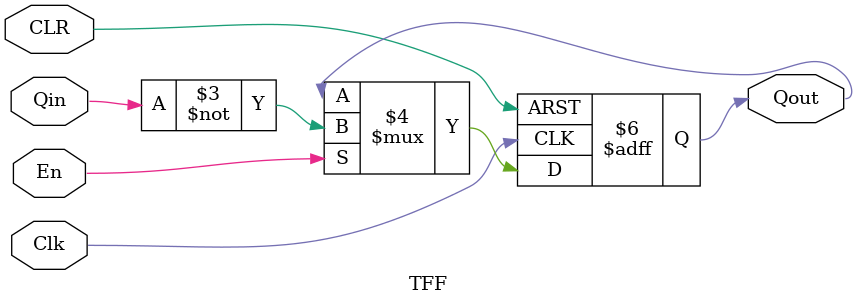
<source format=v>
`timescale 1ns / 1ps


module lab6_2_1(
    input Clk,
    input CLR,
    input En,
    output [7:0]Q
    );
    wire [7:0] en;
    and A0(en[0],En,1);    TFF T0(Clk,en[0],CLR,Q[0],Q[0]);
    and A1(en[1],en[0],Q[0]);    TFF T1(Clk,en[1],CLR,Q[1],Q[1]);
    and A2(en[2],en[1],Q[1]);    TFF T2(Clk,en[2],CLR,Q[2],Q[2]);
    and A3(en[3],en[2],Q[2]);    TFF T3(Clk,en[3],CLR,Q[3],Q[3]);
    and A4(en[4],en[3],Q[3]);    TFF T4(Clk,en[4],CLR,Q[4],Q[4]);
    and A5(en[5],en[4],Q[4]);    TFF T5(Clk,en[5],CLR,Q[5],Q[5]);
    and A6(en[6],en[5],Q[5]);    TFF T6(Clk,en[6],CLR,Q[6],Q[6]);
    and A7(en[7],en[6],Q[6]);    TFF T7(Clk,en[7],CLR,Q[7],Q[7]);
endmodule

module TFF(
    input Clk,
    input En,
    input CLR,
    input Qin,
    output reg Qout
    );
    
    always @(posedge Clk or negedge CLR)
    if(~CLR)
        Qout<=0;
    else if(En)
        Qout<=~Qin;
    
endmodule

</source>
